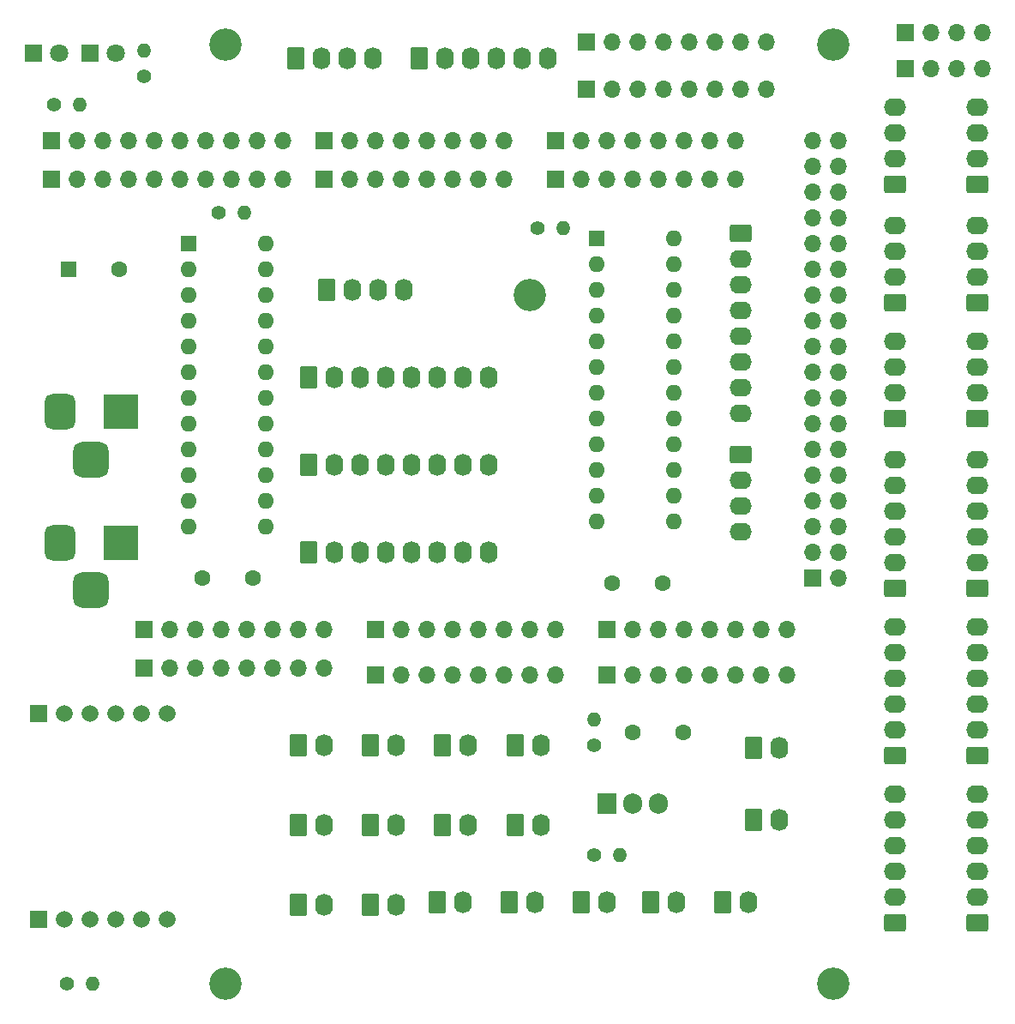
<source format=gbr>
%TF.GenerationSoftware,KiCad,Pcbnew,(6.0.7-1)-1*%
%TF.CreationDate,2023-11-05T11:58:31+10:00*%
%TF.ProjectId,Right Console Output,52696768-7420-4436-9f6e-736f6c65204f,rev?*%
%TF.SameCoordinates,Original*%
%TF.FileFunction,Soldermask,Bot*%
%TF.FilePolarity,Negative*%
%FSLAX46Y46*%
G04 Gerber Fmt 4.6, Leading zero omitted, Abs format (unit mm)*
G04 Created by KiCad (PCBNEW (6.0.7-1)-1) date 2023-11-05 11:58:31*
%MOMM*%
%LPD*%
G01*
G04 APERTURE LIST*
G04 Aperture macros list*
%AMRoundRect*
0 Rectangle with rounded corners*
0 $1 Rounding radius*
0 $2 $3 $4 $5 $6 $7 $8 $9 X,Y pos of 4 corners*
0 Add a 4 corners polygon primitive as box body*
4,1,4,$2,$3,$4,$5,$6,$7,$8,$9,$2,$3,0*
0 Add four circle primitives for the rounded corners*
1,1,$1+$1,$2,$3*
1,1,$1+$1,$4,$5*
1,1,$1+$1,$6,$7*
1,1,$1+$1,$8,$9*
0 Add four rect primitives between the rounded corners*
20,1,$1+$1,$2,$3,$4,$5,0*
20,1,$1+$1,$4,$5,$6,$7,0*
20,1,$1+$1,$6,$7,$8,$9,0*
20,1,$1+$1,$8,$9,$2,$3,0*%
G04 Aperture macros list end*
%ADD10R,1.700000X1.700000*%
%ADD11O,1.700000X1.700000*%
%ADD12C,1.600000*%
%ADD13C,1.400000*%
%ADD14O,1.400000X1.400000*%
%ADD15RoundRect,0.250000X-0.845000X0.620000X-0.845000X-0.620000X0.845000X-0.620000X0.845000X0.620000X0*%
%ADD16O,2.190000X1.740000*%
%ADD17RoundRect,0.250000X0.845000X-0.620000X0.845000X0.620000X-0.845000X0.620000X-0.845000X-0.620000X0*%
%ADD18RoundRect,0.250000X-0.620000X-0.845000X0.620000X-0.845000X0.620000X0.845000X-0.620000X0.845000X0*%
%ADD19O,1.740000X2.190000*%
%ADD20C,3.200000*%
%ADD21R,1.600000X1.600000*%
%ADD22O,1.600000X1.600000*%
%ADD23R,3.500000X3.500000*%
%ADD24RoundRect,0.750000X-0.750000X-1.000000X0.750000X-1.000000X0.750000X1.000000X-0.750000X1.000000X0*%
%ADD25RoundRect,0.875000X-0.875000X-0.875000X0.875000X-0.875000X0.875000X0.875000X-0.875000X0.875000X0*%
%ADD26R,1.905000X2.000000*%
%ADD27O,1.905000X2.000000*%
%ADD28R,1.800000X1.800000*%
%ADD29C,1.800000*%
%ADD30R,1.665000X1.665000*%
%ADD31C,1.665000*%
G04 APERTURE END LIST*
D10*
%TO.C,J45*%
X193980000Y-92380000D03*
D11*
X196520000Y-92380000D03*
X193980000Y-89840000D03*
X196520000Y-89840000D03*
X193980000Y-87300000D03*
X196520000Y-87300000D03*
X193980000Y-84760000D03*
X196520000Y-84760000D03*
X193980000Y-82220000D03*
X196520000Y-82220000D03*
X193980000Y-79680000D03*
X196520000Y-79680000D03*
X193980000Y-77140000D03*
X196520000Y-77140000D03*
X193980000Y-74600000D03*
X196520000Y-74600000D03*
X193980000Y-72060000D03*
X196520000Y-72060000D03*
X193980000Y-69520000D03*
X196520000Y-69520000D03*
X193980000Y-66980000D03*
X196520000Y-66980000D03*
X193980000Y-64440000D03*
X196520000Y-64440000D03*
X193980000Y-61900000D03*
X196520000Y-61900000D03*
X193980000Y-59360000D03*
X196520000Y-59360000D03*
X193980000Y-56820000D03*
X196520000Y-56820000D03*
X193980000Y-54280000D03*
X196520000Y-54280000D03*
X193980000Y-51740000D03*
X196520000Y-51740000D03*
X193980000Y-49200000D03*
X196520000Y-49200000D03*
%TD*%
D10*
%TO.C,J42*%
X127940000Y-97460000D03*
D11*
X130480000Y-97460000D03*
X133020000Y-97460000D03*
X135560000Y-97460000D03*
X138100000Y-97460000D03*
X140640000Y-97460000D03*
X143180000Y-97460000D03*
X145720000Y-97460000D03*
%TD*%
D10*
%TO.C,J43*%
X150800000Y-97460000D03*
D11*
X153340000Y-97460000D03*
X155880000Y-97460000D03*
X158420000Y-97460000D03*
X160960000Y-97460000D03*
X163500000Y-97460000D03*
X166040000Y-97460000D03*
X168580000Y-97460000D03*
%TD*%
D10*
%TO.C,J44*%
X173660000Y-97460000D03*
D11*
X176200000Y-97460000D03*
X178740000Y-97460000D03*
X181280000Y-97460000D03*
X183820000Y-97460000D03*
X186360000Y-97460000D03*
X188900000Y-97460000D03*
X191440000Y-97460000D03*
%TD*%
D10*
%TO.C,J46*%
X118796000Y-49200000D03*
D11*
X121336000Y-49200000D03*
X123876000Y-49200000D03*
X126416000Y-49200000D03*
X128956000Y-49200000D03*
X131496000Y-49200000D03*
X134036000Y-49200000D03*
X136576000Y-49200000D03*
X139116000Y-49200000D03*
X141656000Y-49200000D03*
%TD*%
D10*
%TO.C,J47*%
X145720000Y-49200000D03*
D11*
X148260000Y-49200000D03*
X150800000Y-49200000D03*
X153340000Y-49200000D03*
X155880000Y-49200000D03*
X158420000Y-49200000D03*
X160960000Y-49200000D03*
X163500000Y-49200000D03*
%TD*%
D10*
%TO.C,J48*%
X168580000Y-49200000D03*
D11*
X171120000Y-49200000D03*
X173660000Y-49200000D03*
X176200000Y-49200000D03*
X178740000Y-49200000D03*
X181280000Y-49200000D03*
X183820000Y-49200000D03*
X186360000Y-49200000D03*
%TD*%
D12*
%TO.C,C3*%
X179208000Y-92888000D03*
X174208000Y-92888000D03*
%TD*%
D13*
%TO.C,R4*%
X119100000Y-45644000D03*
D14*
X121640000Y-45644000D03*
%TD*%
D10*
%TO.C,J15*%
X203124000Y-38532000D03*
D11*
X205664000Y-38532000D03*
X208204000Y-38532000D03*
X210744000Y-38532000D03*
%TD*%
D15*
%TO.C,J55*%
X186868000Y-58344000D03*
D16*
X186868000Y-60884000D03*
X186868000Y-63424000D03*
X186868000Y-65964000D03*
X186868000Y-68504000D03*
X186868000Y-71044000D03*
X186868000Y-73584000D03*
X186868000Y-76124000D03*
%TD*%
D17*
%TO.C,J35*%
X210236000Y-76632000D03*
D16*
X210236000Y-74092000D03*
X210236000Y-71552000D03*
X210236000Y-69012000D03*
%TD*%
D10*
%TO.C,J11*%
X171628000Y-39470000D03*
D11*
X174168000Y-39470000D03*
X176708000Y-39470000D03*
X179248000Y-39470000D03*
X181788000Y-39470000D03*
X184328000Y-39470000D03*
X186868000Y-39470000D03*
X189408000Y-39470000D03*
%TD*%
D13*
%TO.C,R5*%
X120325000Y-132385000D03*
D14*
X122865000Y-132385000D03*
%TD*%
D18*
%TO.C,J12*%
X157440000Y-116760000D03*
D19*
X159980000Y-116760000D03*
%TD*%
D17*
%TO.C,J39*%
X202128000Y-65175000D03*
D16*
X202128000Y-62635000D03*
X202128000Y-60095000D03*
X202128000Y-57555000D03*
%TD*%
D10*
%TO.C,J33*%
X173660000Y-101905000D03*
D11*
X176200000Y-101905000D03*
X178740000Y-101905000D03*
X181280000Y-101905000D03*
X183820000Y-101905000D03*
X186360000Y-101905000D03*
X188900000Y-101905000D03*
X191440000Y-101905000D03*
%TD*%
D18*
%TO.C,J53*%
X188138000Y-109164000D03*
D19*
X190678000Y-109164000D03*
%TD*%
D20*
%TO.C,H2*%
X196020000Y-132385000D03*
%TD*%
D18*
%TO.C,J51*%
X145974000Y-63952000D03*
D19*
X148514000Y-63952000D03*
X151054000Y-63952000D03*
X153594000Y-63952000D03*
%TD*%
D18*
%TO.C,J18*%
X143180000Y-124610000D03*
D19*
X145720000Y-124610000D03*
%TD*%
D17*
%TO.C,J28*%
X202128000Y-109906000D03*
D16*
X202128000Y-107366000D03*
X202128000Y-104826000D03*
X202128000Y-102286000D03*
X202128000Y-99746000D03*
X202128000Y-97206000D03*
%TD*%
D10*
%TO.C,J41*%
X127940000Y-101270000D03*
D11*
X130480000Y-101270000D03*
X133020000Y-101270000D03*
X135560000Y-101270000D03*
X138100000Y-101270000D03*
X140640000Y-101270000D03*
X143180000Y-101270000D03*
X145720000Y-101270000D03*
%TD*%
D18*
%TO.C,J49*%
X144196000Y-81204000D03*
D19*
X146736000Y-81204000D03*
X149276000Y-81204000D03*
X151816000Y-81204000D03*
X154356000Y-81204000D03*
X156896000Y-81204000D03*
X159436000Y-81204000D03*
X161976000Y-81204000D03*
%TD*%
D18*
%TO.C,J14*%
X177978000Y-124404000D03*
D19*
X180518000Y-124404000D03*
%TD*%
D13*
%TO.C,R6*%
X135356000Y-56312000D03*
D14*
X137896000Y-56312000D03*
%TD*%
D12*
%TO.C,C1*%
X133695000Y-92380000D03*
X138695000Y-92380000D03*
%TD*%
D18*
%TO.C,J9*%
X185108000Y-124404000D03*
D19*
X187648000Y-124404000D03*
%TD*%
D17*
%TO.C,J40*%
X210236000Y-53518000D03*
D16*
X210236000Y-50978000D03*
X210236000Y-48438000D03*
X210236000Y-45898000D03*
%TD*%
D21*
%TO.C,U2*%
X132385000Y-59360000D03*
D22*
X132385000Y-61900000D03*
X132385000Y-64440000D03*
X132385000Y-66980000D03*
X132385000Y-69520000D03*
X132385000Y-72060000D03*
X132385000Y-74600000D03*
X132385000Y-77140000D03*
X132385000Y-79680000D03*
X132385000Y-82220000D03*
X132385000Y-84760000D03*
X132385000Y-87300000D03*
X140005000Y-87300000D03*
X140005000Y-84760000D03*
X140005000Y-82220000D03*
X140005000Y-79680000D03*
X140005000Y-77140000D03*
X140005000Y-74600000D03*
X140005000Y-72060000D03*
X140005000Y-69520000D03*
X140005000Y-66980000D03*
X140005000Y-64440000D03*
X140005000Y-61900000D03*
X140005000Y-59360000D03*
%TD*%
D17*
%TO.C,J27*%
X210256000Y-126407000D03*
D16*
X210256000Y-123867000D03*
X210256000Y-121327000D03*
X210256000Y-118787000D03*
X210256000Y-116247000D03*
X210256000Y-113707000D03*
%TD*%
D18*
%TO.C,J52*%
X144196000Y-72568000D03*
D19*
X146736000Y-72568000D03*
X149276000Y-72568000D03*
X151816000Y-72568000D03*
X154356000Y-72568000D03*
X156896000Y-72568000D03*
X159436000Y-72568000D03*
X161976000Y-72568000D03*
%TD*%
D18*
%TO.C,J19*%
X171138000Y-124384000D03*
D19*
X173678000Y-124384000D03*
%TD*%
D13*
%TO.C,R1*%
X172430000Y-108840000D03*
D14*
X172430000Y-106300000D03*
%TD*%
D18*
%TO.C,J34*%
X142926000Y-41092000D03*
D19*
X145466000Y-41092000D03*
X148006000Y-41092000D03*
X150546000Y-41092000D03*
%TD*%
D18*
%TO.C,J17*%
X150310000Y-116760000D03*
D19*
X152850000Y-116760000D03*
%TD*%
D18*
%TO.C,J8*%
X150310000Y-108910000D03*
D19*
X152850000Y-108910000D03*
%TD*%
D18*
%TO.C,J5*%
X143180000Y-116760000D03*
D19*
X145720000Y-116760000D03*
%TD*%
D18*
%TO.C,J6*%
X156878000Y-124384000D03*
D19*
X159418000Y-124384000D03*
%TD*%
D18*
%TO.C,J3*%
X164008000Y-124384000D03*
D19*
X166548000Y-124384000D03*
%TD*%
D20*
%TO.C,H3*%
X196020000Y-39675000D03*
%TD*%
D10*
%TO.C,J26*%
X168580000Y-53010000D03*
D11*
X171120000Y-53010000D03*
X173660000Y-53010000D03*
X176200000Y-53010000D03*
X178740000Y-53010000D03*
X181280000Y-53010000D03*
X183820000Y-53010000D03*
X186360000Y-53010000D03*
%TD*%
D18*
%TO.C,J2*%
X150310000Y-124610000D03*
D19*
X152850000Y-124610000D03*
%TD*%
D17*
%TO.C,J29*%
X210256000Y-109906000D03*
D16*
X210256000Y-107366000D03*
X210256000Y-104826000D03*
X210256000Y-102286000D03*
X210256000Y-99746000D03*
X210256000Y-97206000D03*
%TD*%
D15*
%TO.C,J56*%
X186868000Y-80188000D03*
D16*
X186868000Y-82728000D03*
X186868000Y-85268000D03*
X186868000Y-87808000D03*
%TD*%
D17*
%TO.C,J37*%
X202128000Y-53518000D03*
D16*
X202128000Y-50978000D03*
X202128000Y-48438000D03*
X202128000Y-45898000D03*
%TD*%
D18*
%TO.C,J7*%
X164570000Y-116760000D03*
D19*
X167110000Y-116760000D03*
%TD*%
D13*
%TO.C,R7*%
X166852000Y-57836000D03*
D14*
X169392000Y-57836000D03*
%TD*%
D17*
%TO.C,J21*%
X202108000Y-126416000D03*
D16*
X202108000Y-123876000D03*
X202108000Y-121336000D03*
X202108000Y-118796000D03*
X202108000Y-116256000D03*
X202108000Y-113716000D03*
%TD*%
D23*
%TO.C,J22*%
X125660000Y-88882500D03*
D24*
X119660000Y-88882500D03*
D25*
X122660000Y-93582500D03*
%TD*%
D17*
%TO.C,J31*%
X210236000Y-93396000D03*
D16*
X210236000Y-90856000D03*
X210236000Y-88316000D03*
X210236000Y-85776000D03*
X210236000Y-83236000D03*
X210236000Y-80696000D03*
%TD*%
D10*
%TO.C,J25*%
X145720000Y-53010000D03*
D11*
X148260000Y-53010000D03*
X150800000Y-53010000D03*
X153340000Y-53010000D03*
X155880000Y-53010000D03*
X158420000Y-53010000D03*
X160960000Y-53010000D03*
X163500000Y-53010000D03*
%TD*%
D10*
%TO.C,J32*%
X150800000Y-101905000D03*
D11*
X153340000Y-101905000D03*
X155880000Y-101905000D03*
X158420000Y-101905000D03*
X160960000Y-101905000D03*
X163500000Y-101905000D03*
X166040000Y-101905000D03*
X168580000Y-101905000D03*
%TD*%
D10*
%TO.C,J16*%
X171628000Y-44120000D03*
D11*
X174168000Y-44120000D03*
X176708000Y-44120000D03*
X179248000Y-44120000D03*
X181788000Y-44120000D03*
X184328000Y-44120000D03*
X186868000Y-44120000D03*
X189408000Y-44120000D03*
%TD*%
D10*
%TO.C,J10*%
X203124000Y-42088000D03*
D11*
X205664000Y-42088000D03*
X208204000Y-42088000D03*
X210744000Y-42088000D03*
%TD*%
D21*
%TO.C,C4*%
X120457300Y-61900000D03*
D12*
X125457300Y-61900000D03*
%TD*%
D18*
%TO.C,J54*%
X188138000Y-116276000D03*
D19*
X190678000Y-116276000D03*
%TD*%
D18*
%TO.C,J13*%
X157440000Y-108910000D03*
D19*
X159980000Y-108910000D03*
%TD*%
D17*
%TO.C,J36*%
X202128000Y-76632000D03*
D16*
X202128000Y-74092000D03*
X202128000Y-71552000D03*
X202128000Y-69012000D03*
%TD*%
D18*
%TO.C,J4*%
X164570000Y-108910000D03*
D19*
X167110000Y-108910000D03*
%TD*%
D26*
%TO.C,Q1*%
X173660000Y-114605000D03*
D27*
X176200000Y-114605000D03*
X178740000Y-114605000D03*
%TD*%
D28*
%TO.C,D1*%
X122601000Y-40564000D03*
D29*
X125141000Y-40564000D03*
%TD*%
D23*
%TO.C,J20*%
X125660000Y-75945000D03*
D24*
X119660000Y-75945000D03*
D25*
X122660000Y-80645000D03*
%TD*%
D21*
%TO.C,U3*%
X172644000Y-58852000D03*
D22*
X172644000Y-61392000D03*
X172644000Y-63932000D03*
X172644000Y-66472000D03*
X172644000Y-69012000D03*
X172644000Y-71552000D03*
X172644000Y-74092000D03*
X172644000Y-76632000D03*
X172644000Y-79172000D03*
X172644000Y-81712000D03*
X172644000Y-84252000D03*
X172644000Y-86792000D03*
X180264000Y-86792000D03*
X180264000Y-84252000D03*
X180264000Y-81712000D03*
X180264000Y-79172000D03*
X180264000Y-76632000D03*
X180264000Y-74092000D03*
X180264000Y-71552000D03*
X180264000Y-69012000D03*
X180264000Y-66472000D03*
X180264000Y-63932000D03*
X180264000Y-61392000D03*
X180264000Y-58852000D03*
%TD*%
D13*
%TO.C,R3*%
X127940000Y-42800000D03*
D14*
X127940000Y-40260000D03*
%TD*%
D17*
%TO.C,J38*%
X210236000Y-65175000D03*
D16*
X210236000Y-62635000D03*
X210236000Y-60095000D03*
X210236000Y-57555000D03*
%TD*%
D20*
%TO.C,MH1*%
X166040000Y-64440000D03*
%TD*%
D30*
%TO.C,U1*%
X117495000Y-126035000D03*
D31*
X120035000Y-126035000D03*
X122575000Y-126035000D03*
X125115000Y-126035000D03*
X127655000Y-126035000D03*
X130195000Y-126035000D03*
D30*
X117495000Y-105715000D03*
D31*
X120035000Y-105715000D03*
X122575000Y-105715000D03*
X125115000Y-105715000D03*
X127655000Y-105715000D03*
X130195000Y-105715000D03*
%TD*%
D18*
%TO.C,J23*%
X155118000Y-41092000D03*
D19*
X157658000Y-41092000D03*
X160198000Y-41092000D03*
X162738000Y-41092000D03*
X165278000Y-41092000D03*
X167818000Y-41092000D03*
%TD*%
D10*
%TO.C,J24*%
X118796000Y-52985000D03*
D11*
X121336000Y-52985000D03*
X123876000Y-52985000D03*
X126416000Y-52985000D03*
X128956000Y-52985000D03*
X131496000Y-52985000D03*
X134036000Y-52985000D03*
X136576000Y-52985000D03*
X139116000Y-52985000D03*
X141656000Y-52985000D03*
%TD*%
D20*
%TO.C,H1*%
X136020000Y-132385000D03*
%TD*%
D13*
%TO.C,R2*%
X172440000Y-119685000D03*
D14*
X174980000Y-119685000D03*
%TD*%
D17*
%TO.C,J30*%
X202128000Y-93396000D03*
D16*
X202128000Y-90856000D03*
X202128000Y-88316000D03*
X202128000Y-85776000D03*
X202128000Y-83236000D03*
X202128000Y-80696000D03*
%TD*%
D28*
%TO.C,D2*%
X117013000Y-40564000D03*
D29*
X119553000Y-40564000D03*
%TD*%
D18*
%TO.C,J1*%
X143180000Y-108910000D03*
D19*
X145720000Y-108910000D03*
%TD*%
D12*
%TO.C,C2*%
X176240000Y-107620000D03*
X181240000Y-107620000D03*
%TD*%
D18*
%TO.C,J50*%
X144196000Y-89840000D03*
D19*
X146736000Y-89840000D03*
X149276000Y-89840000D03*
X151816000Y-89840000D03*
X154356000Y-89840000D03*
X156896000Y-89840000D03*
X159436000Y-89840000D03*
X161976000Y-89840000D03*
%TD*%
D20*
%TO.C,H4*%
X136020000Y-39675000D03*
%TD*%
M02*

</source>
